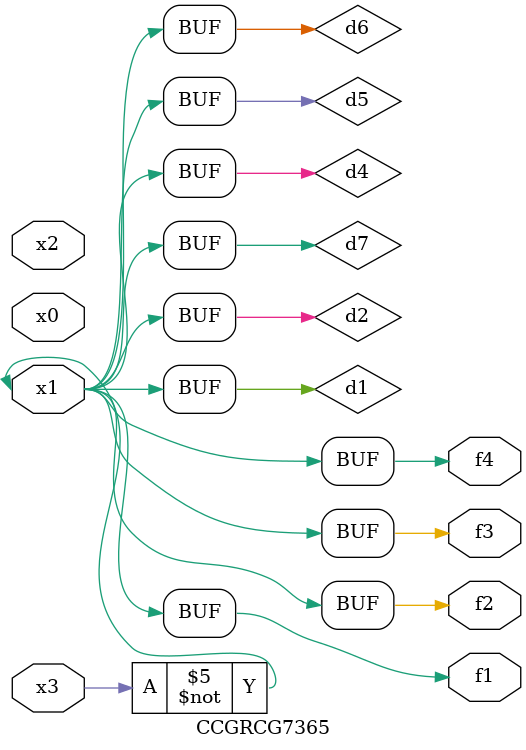
<source format=v>
module CCGRCG7365(
	input x0, x1, x2, x3,
	output f1, f2, f3, f4
);

	wire d1, d2, d3, d4, d5, d6, d7;

	not (d1, x3);
	buf (d2, x1);
	xnor (d3, d1, d2);
	nor (d4, d1);
	buf (d5, d1, d2);
	buf (d6, d4, d5);
	nand (d7, d4);
	assign f1 = d6;
	assign f2 = d7;
	assign f3 = d6;
	assign f4 = d6;
endmodule

</source>
